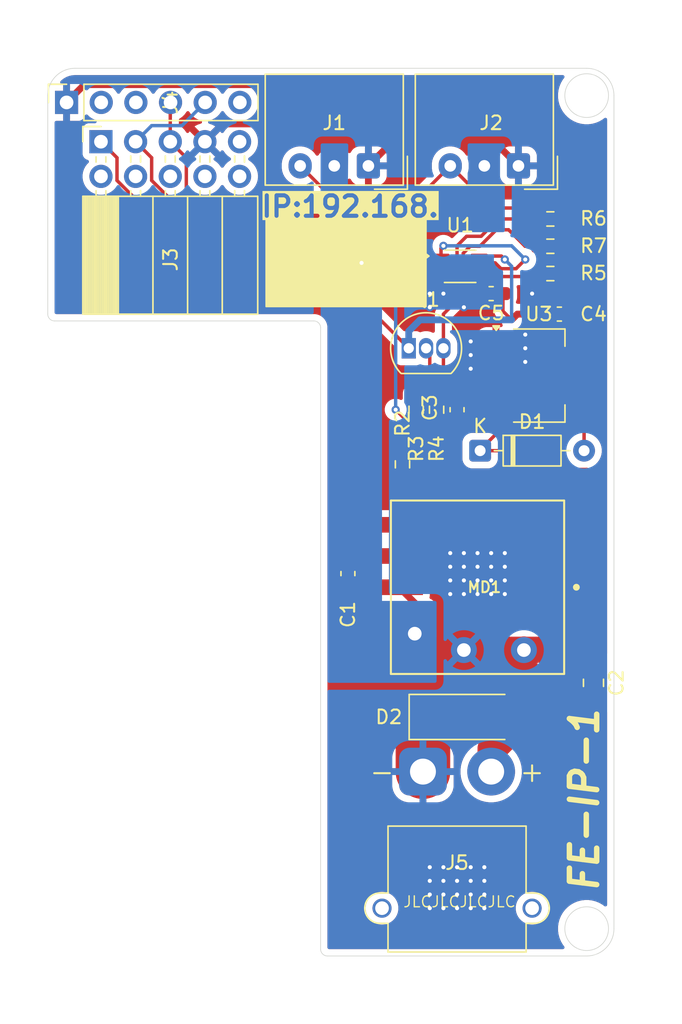
<source format=kicad_pcb>
(kicad_pcb (version 20241229) (generator "pcbnew") (generator_version "9.0")
  (layers (0 "F.Cu" signal) (2 "B.Cu" signal) (13 "F.Paste" user) (15 "B.Paste" user) (5 "F.SilkS" user "F.Silkscreen") (7 "B.SilkS" user "B.Silkscreen") (1 "F.Mask" user) (3 "B.Mask" user) (25 "Edge.Cuts" user))
  (net 0 "")
  (net 1 "VCC")
  (net 2 "GND")
  (net 4 "+BATT")
  (net 7 "+5V")
  (net 8 "/SERVO_SIG")
  (net 15 "/UART_TX")
  (net 17 "/UART_RX")
  (net 21 "Net-(MD1-TRIM)")
  (net 22 "/TXEN")
  (net 23 "Net-(Q1-B)")
  (footprint "Package_TO_SOT_SMD:SOT-223-3_TabPin2" (layer "F.Cu") (at 166.5 103)
    (property "Reference" "U3" (at 0 -4.5 0) (layer "F.SilkS"))
    (property "Value" "AMS1117-5.0")
    (fp_line (start -1.85 -3.41) (end 1.91 -3.41) (stroke (width 0.12)) (layer "F.SilkS"))
    (fp_line (start -1.85 3.41) (end 1.91 3.41) (stroke (width 0.12)) (layer "F.SilkS"))
    (fp_line (start 1.91 -3.41) (end 1.91 -2.15) (stroke (width 0.12)) (layer "F.SilkS"))
    (fp_line (start 1.91 3.41) (end 1.91 2.15) (stroke (width 0.12)) (layer "F.SilkS"))
    (fp_poly (pts (xy -3.13 -3.31) (xy -3.37 -3.64) (xy -2.89 -3.64) (xy -3.13 -3.31)) (stroke (width 0.12)) (fill yes) (layer "F.SilkS"))
    (pad "1" smd roundrect (at -3.15 -2.3) (size 2 1.5) (layers "F.Cu" "F.Mask" "F.Paste") (net 2 "GND"))
    (pad "2" smd roundrect (at -3.15 0) (size 2 1.5) (layers "F.Cu" "F.Mask" "F.Paste") (net 7 "+5V"))
    (pad "2" smd roundrect (at 3.15 0) (size 2 3.8) (layers "F.Cu" "F.Mask" "F.Paste") (net 7 "+5V"))
    (pad "3" smd roundrect (at -3.15 2.3) (size 2 1.5) (layers "F.Cu" "F.Mask" "F.Paste") (net 4 "+BATT"))
  )
  (footprint "Connector_Molex:Molex_SPOX_5268-03A_1x03_P2.50mm_Horizontal" (layer "F.Cu") (at 154 87.645 180)
    (property "Reference" "J1" (at 2.5 3.145 0) (layer "F.SilkS"))
    (property "Value" "Conn_01x03")
    (fp_line (start 7.56 6.71) (end 7.56 -1.41) (stroke (width 0.12)) (layer "F.SilkS"))
    (fp_line (start 7.56 -1.41) (end -2.56 -1.41) (stroke (width 0.12)) (layer "F.SilkS"))
    (fp_line (start -2.56 6.71) (end 7.56 6.71) (stroke (width 0.12)) (layer "F.SilkS"))
    (fp_line (start -2.56 -1.41) (end -2.56 6.71) (stroke (width 0.12)) (layer "F.SilkS"))
    (fp_line (start -2.86 0.7) (end -2.86 -1.71) (stroke (width 0.12)) (layer "F.SilkS"))
    (fp_line (start -2.86 -1.71) (end -0.45 -1.71) (stroke (width 0.12)) (layer "F.SilkS"))
    (pad "1" thru_hole roundrect (at 0 0 180) (size 1.7 1.85) (drill 0.85) (layers "*.Cu" "*.Mask") (roundrect_rratio 0.147059) (net 2 "GND"))
    (pad "2" thru_hole oval (at 2.5 0 180) (size 1.7 1.85) (drill 0.85) (layers "*.Cu" "*.Mask") (net 1 "VCC"))
    (pad "3" thru_hole oval (at 5 0 180) (size 1.7 1.85) (drill 0.85) (layers "*.Cu" "*.Mask") (net 8 "/SERVO_SIG"))
  )
  (footprint "Library:MURATA_OKL-T-6-W12N-C_0" (layer "F.Cu") (at 162 118.5 180)
    (property "Reference" "MD1" (at -0.5 0 0) (layer "F.SilkS") (effects (font (size 0.787402 0.787402))))
    (property "Value" "OKL-T_6-W12N-C")
    (fp_line (start 6.35 6.35) (end 6.35 -6.35) (stroke (width 0.15)) (layer "F.SilkS"))
    (fp_line (start -6.35 6.35) (end 6.35 6.35) (stroke (width 0.15)) (layer "F.SilkS"))
    (fp_line (start -6.35 6.35) (end -6.35 -6.35) (stroke (width 0.15)) (layer "F.SilkS"))
    (fp_line (start -6.35 -6.35) (end 6.35 -6.35) (stroke (width 0.15)) (layer "F.SilkS"))
    (fp_circle (center -7.245 0) (end -6.995 0) (fill yes) (layer "F.SilkS"))
    (pad "1" smd rect (at -5.75025 0 180) (size 3.4995 1.143) (layers "F.Cu" "F.Mask" "F.Paste") (net 2 "GND"))
    (pad "2" smd rect (at -3.429 -4.572 180) (size 4.191 1.905) (layers "F.Cu" "F.Mask" "F.Paste") (net 4 "+BATT"))
    (pad "2" thru_hole circle (at -3.4 -4.6 180) (size 1.905 1.905) (drill 1) (layers "*.Cu" "*.Mask") (net 4 "+BATT"))
    (pad "2" smd rect (at -2.892875 -5.5 180) (size 1.78575 3.4995) (layers "F.Cu" "F.Mask" "F.Paste") (net 4 "+BATT"))
    (pad "3" smd rect (at 0 -5.5 180) (size 2 3.4995) (layers "F.Cu" "F.Mask" "F.Paste") (net 2 "GND"))
    (pad "3" thru_hole circle (at 1 -4.6 180) (size 1.905 1.905) (drill 1) (layers "*.Cu" "*.Mask") (net 2 "GND"))
    (pad "3" smd rect (at 1.143 -4.572 180) (size 4.191 1.905) (layers "F.Cu" "F.Mask" "F.Paste") (net 2 "GND"))
    (pad "3" smd rect (at 2.28575 -5.5 180) (size 1.5715 3.4995) (layers "F.Cu" "F.Mask" "F.Paste") (net 2 "GND"))
    (pad "4" smd rect (at 4.572 -3.429 180) (size 1.905 4.191) (layers "F.Cu" "F.Mask" "F.Paste") (net 1 "VCC"))
    (pad "4" thru_hole circle (at 4.6 -3.4 180) (size 1.905 1.905) (drill 1) (layers "*.Cu" "*.Mask") (net 1 "VCC"))
    (pad "4" smd rect (at 5.625125 -4.5 180) (size 3.74975 1.143) (layers "F.Cu" "F.Mask" "F.Paste") (net 1 "VCC"))
    (pad "5" smd rect (at 5.75025 0 180) (size 3.4995 1.143) (layers "F.Cu" "F.Mask" "F.Paste") (net 1 "VCC"))
    (pad "6" smd rect (at 5.75025 4.572 180) (size 3.4995 1.143) (layers "F.Cu" "F.Mask" "F.Paste") (net 21 "Net-(MD1-TRIM)"))
    (pad "7" smd rect (at 0 5.75025 180) (size 1.143 3.4995) (layers "F.Cu" "F.Mask" "F.Paste") (net 2 "GND"))
    (pad "8" smd rect (at -2.286 5.75025 180) (size 1.143 3.4995) (layers "F.Cu" "F.Mask" "F.Paste"))
    (pad "9" smd rect (at -5.75025 4.572 180) (size 3.4995 1.143) (layers "F.Cu" "F.Mask" "F.Paste"))
    (pad "10" smd rect (at -5.75025 2.286 180) (size 3.4995 1.143) (layers "F.Cu" "F.Mask" "F.Paste"))
    (pad "11" smd rect (at 5.75025 2.286 180) (size 3.4995 1.143) (layers "F.Cu" "F.Mask" "F.Paste"))
    (pad "12" smd rect (at 2.286 5.75025 180) (size 1.143 3.4995) (layers "F.Cu" "F.Mask" "F.Paste"))
  )
  (footprint "Capacitor_SMD:C_0805_2012Metric_Pad1.18x1.45mm_HandSolder" (layer "F.Cu") (at 170.5 125.5 -90)
    (property "Reference" "C2" (at 0 -1.68 270) (layer "F.SilkS"))
    (property "Value" "22u")
    (fp_line (start -0.261252 0.735) (end 0.261252 0.735) (stroke (width 0.12)) (layer "F.SilkS"))
    (fp_line (start -0.261252 -0.735) (end 0.261252 -0.735) (stroke (width 0.12)) (layer "F.SilkS"))
    (pad "1" smd roundrect (at -1.0375 0 270) (size 1.175 1.45) (layers "F.Cu" "F.Mask" "F.Paste") (roundrect_rratio 0.212766) (net 4 "+BATT"))
    (pad "2" smd roundrect (at 1.0375 0 270) (size 1.175 1.45) (layers "F.Cu" "F.Mask" "F.Paste") (roundrect_rratio 0.212766) (net 2 "GND"))
  )
  (footprint "Capacitor_SMD:C_0603_1608Metric_Pad1.08x0.95mm_HandSolder" (layer "F.Cu") (at 160.5 105.5 -90)
    (property "Reference" "C3" (at -0.146267 2 90) (layer "F.SilkS"))
    (property "Value" "10u")
    (fp_line (start -0.146267 0.51) (end 0.146267 0.51) (stroke (width 0.12)) (layer "F.SilkS"))
    (fp_line (start -0.146267 -0.51) (end 0.146267 -0.51) (stroke (width 0.12)) (layer "F.SilkS"))
    (pad "1" smd roundrect (at -0.8625 0 270) (size 1.075 0.95) (layers "F.Cu" "F.Mask" "F.Paste") (net 4 "+BATT"))
    (pad "2" smd roundrect (at 0.8625 0 270) (size 1.075 0.95) (layers "F.Cu" "F.Mask" "F.Paste") (net 2 "GND"))
  )
  (footprint "Resistor_SMD:R_0603_1608Metric_Pad0.98x0.95mm_HandSolder" (layer "F.Cu") (at 167.338407 93.53211)
    (property "Reference" "R7" (at 3.161593 -0.03211 0) (layer "F.SilkS"))
    (property "Value" "10k")
    (fp_line (start -0.254724 -0.5225) (end 0.254724 -0.5225) (stroke (width 0.12)) (layer "F.SilkS"))
    (fp_line (start -0.254724 0.5225) (end 0.254724 0.5225) (stroke (width 0.12)) (layer "F.SilkS"))
    (pad "1" smd roundrect (at -0.9125 0) (size 0.975 0.95) (layers "F.Cu" "F.Mask" "F.Paste") (net 17 "/UART_RX"))
    (pad "2" smd roundrect (at 0.9125 0) (size 0.975 0.95) (layers "F.Cu" "F.Mask" "F.Paste") (net 7 "+5V"))
  )
  (footprint "Connector_PinSocket_2.54mm:PinSocket_1x06_P2.54mm_Vertical" (layer "F.Cu") (at 131.88 83 90)
    (property "Reference" "J4" (at 0 7.62 90) (layer "F.SilkS"))
    (property "Value" "Conn_01x06")
    (fp_line (start 1.33 -1.33) (end 1.33 0) (stroke (width 0.12)) (layer "F.SilkS"))
    (fp_line (start 0 -1.33) (end 1.33 -1.33) (stroke (width 0.12)) (layer "F.SilkS"))
    (fp_line (start 1.33 1.27) (end 1.33 14.03) (stroke (width 0.12)) (layer "F.SilkS"))
    (fp_line (start -1.33 1.27) (end 1.33 1.27) (stroke (width 0.12)) (layer "F.SilkS"))
    (fp_line (start -1.33 1.27) (end -1.33 14.03) (stroke (width 0.12)) (layer "F.SilkS"))
    (fp_line (start -1.33 14.03) (end 1.33 14.03) (stroke (width 0.12)) (layer "F.SilkS"))
    (pad "1" thru_hole rect (at 0 0 90) (size 1.7 1.7) (drill 1) (layers "*.Cu" "*.Mask") (net 2 "GND"))
    (pad "2" thru_hole circle (at 0 2.54 90) (size 1.7 1.7) (drill 1) (layers "*.Cu" "*.Mask"))
    (pad "3" thru_hole circle (at 0 5.08 90) (size 1.7 1.7) (drill 1) (layers "*.Cu" "*.Mask"))
    (pad "4" thru_hole circle (at 0 7.62 90) (size 1.7 1.7) (drill 1) (layers "*.Cu" "*.Mask") (net 15 "/UART_TX"))
    (pad "5" thru_hole circle (at 0 10.16 90) (size 1.7 1.7) (drill 1) (layers "*.Cu" "*.Mask") (net 17 "/UART_RX"))
    (pad "6" thru_hole circle (at 0 12.7 90) (size 1.7 1.7) (drill 1) (layers "*.Cu" "*.Mask"))
  )
  (footprint "Capacitor_SMD:C_0603_1608Metric_Pad1.08x0.95mm_HandSolder" (layer "F.Cu") (at 163 97 180)
    (property "Reference" "C5" (at 0 -1.43 0) (layer "F.SilkS"))
    (property "Value" "0.1u")
    (fp_line (start -0.146267 0.51) (end 0.146267 0.51) (stroke (width 0.12)) (layer "F.SilkS"))
    (fp_line (start -0.146267 -0.51) (end 0.146267 -0.51) (stroke (width 0.12)) (layer "F.SilkS"))
    (pad "1" smd roundrect (at -0.8625 0 180) (size 1.075 0.95) (layers "F.Cu" "F.Mask" "F.Paste") (net 7 "+5V"))
    (pad "2" smd roundrect (at 0.8625 0 180) (size 1.075 0.95) (layers "F.Cu" "F.Mask" "F.Paste") (net 2 "GND"))
  )
  (footprint "Capacitor_SMD:C_0603_1608Metric_Pad1.08x0.95mm_HandSolder" (layer "F.Cu") (at 152.5 117.5 90)
    (property "Reference" "C1" (at -3 0 90) (layer "F.SilkS"))
    (property "Value" "10u")
    (fp_line (start -0.146267 -0.51) (end 0.146267 -0.51) (stroke (width 0.12)) (layer "F.SilkS"))
    (fp_line (start -0.146267 0.51) (end 0.146267 0.51) (stroke (width 0.12)) (layer "F.SilkS"))
    (pad "1" smd roundrect (at -0.8625 0 90) (size 1.075 0.95) (layers "F.Cu" "F.Mask" "F.Paste") (net 1 "VCC"))
    (pad "2" smd roundrect (at 0.8625 0 90) (size 1.075 0.95) (layers "F.Cu" "F.Mask" "F.Paste") (net 2 "GND"))
  )
  (footprint "Package_SO:VSSOP-8_2.3x2mm_P0.5mm" (layer "F.Cu") (at 160.725 95)
    (property "Reference" "U1" (at 0 -3 0) (layer "F.SilkS"))
    (property "Value" "~")
    (fp_line (start 0 -1.185) (end -1.15 -1.185) (stroke (width 0.12)) (layer "F.SilkS"))
    (fp_line (start 0 -1.185) (end 1.15 -1.185) (stroke (width 0.12)) (layer "F.SilkS"))
    (fp_line (start 0 1.185) (end -1.15 1.185) (stroke (width 0.12)) (layer "F.SilkS"))
    (fp_line (start 0 1.185) (end 1.15 1.185) (stroke (width 0.12)) (layer "F.SilkS"))
    (fp_poly (pts (xy -2.285 -0.75) (xy -2.615 -0.51) (xy -2.615 -0.99)) (stroke (width 0.12)) (fill yes) (layer "F.SilkS"))
    (pad "1" smd roundrect (at -1.4 -0.75) (size 1.25 0.35) (layers "F.Cu" "F.Mask" "F.Paste") (net 22 "/TXEN"))
    (pad "2" smd roundrect (at -1.4 -0.25) (size 1.25 0.35) (layers "F.Cu" "F.Mask" "F.Paste") (net 15 "/UART_TX"))
    (pad "3" smd roundrect (at -1.4 0.25) (size 1.25 0.35) (layers "F.Cu" "F.Mask" "F.Paste") (net 17 "/UART_RX"))
    (pad "4" smd roundrect (at -1.4 0.75) (size 1.25 0.35) (layers "F.Cu" "F.Mask" "F.Paste") (net 2 "GND"))
    (pad "5" smd roundrect (at 1.4 0.75) (size 1.25 0.35) (layers "F.Cu" "F.Mask" "F.Paste") (net 8 "/SERVO_SIG"))
    (pad "6" smd roundrect (at 1.4 0.25) (size 1.25 0.35) (layers "F.Cu" "F.Mask" "F.Paste") (net 8 "/SERVO_SIG"))
    (pad "7" smd roundrect (at 1.4 -0.25) (size 1.25 0.35) (layers "F.Cu" "F.Mask" "F.Paste") (net 22 "/TXEN"))
    (pad "8" smd roundrect (at 1.4 -0.75) (size 1.25 0.35) (layers "F.Cu" "F.Mask" "F.Paste") (net 7 "+5V"))
  )
  (footprint "Diode_THT:D_DO-35_SOD27_P7.62mm_Horizontal" (layer "F.Cu") (at 162.19 108.5)
    (property "Reference" "D1" (at 3.81 -2.12 0) (layer "F.SilkS"))
    (property "Value" "1N4148")
    (fp_line (start 1.04 0) (end 1.69 0) (stroke (width 0.12)) (layer "F.SilkS"))
    (fp_line (start 2.29 -1.12) (end 2.29 1.12) (stroke (width 0.12)) (layer "F.SilkS"))
    (fp_line (start 2.41 -1.12) (end 2.41 1.12) (stroke (width 0.12)) (layer "F.SilkS"))
    (fp_line (start 2.53 -1.12) (end 2.53 1.12) (stroke (width 0.12)) (layer "F.SilkS"))
    (fp_line (start 6.58 0) (end 5.93 0) (stroke (width 0.12)) (layer "F.SilkS"))
    (fp_rect (start 1.69 -1.12) (end 5.93 1.12) (stroke (width 0.12)) (fill no) (layer "F.SilkS"))
    (fp_text user "K" (at 0 -1.8 0) (layer "F.SilkS"))
    (pad "1" thru_hole roundrect (at 0 0) (size 1.6 1.6) (drill 0.8) (layers "*.Cu" "*.Mask") (roundrect_rratio 0.15625) (net 4 "+BATT"))
    (pad "2" thru_hole circle (at 7.62 0) (size 1.6 1.6) (drill 0.8) (layers "*.Cu" "*.Mask") (net 7 "+5V"))
  )
  (footprint "Resistor_SMD:R_0603_1608Metric_Pad0.98x0.95mm_HandSolder" (layer "F.Cu") (at 167.338407 95.53211)
    (property "Reference" "R5" (at 3.161593 -0.03211 0) (layer "F.SilkS"))
    (property "Value" "10k")
    (fp_line (start -0.254724 -0.5225) (end 0.254724 -0.5225) (stroke (width 0.12)) (layer "F.SilkS"))
    (fp_line (start -0.254724 0.5225) (end 0.254724 0.5225) (stroke (width 0.12)) (layer "F.SilkS"))
    (pad "1" smd roundrect (at -0.9125 0) (size 0.975 0.95) (layers "F.Cu" "F.Mask" "F.Paste") (net 8 "/SERVO_SIG"))
    (pad "2" smd roundrect (at 0.9125 0) (size 0.975 0.95) (layers "F.Cu" "F.Mask" "F.Paste") (net 7 "+5V"))
  )
  (footprint "Resistor_SMD:R_0603_1608Metric_Pad0.98x0.95mm_HandSolder" (layer "F.Cu") (at 156.5 109.5 90)
    (property "Reference" "R2" (at 3 0 90) (layer "F.SilkS"))
    (property "Value" "1.2k")
    (fp_line (start -0.254724 -0.5225) (end 0.254724 -0.5225) (stroke (width 0.12)) (layer "F.SilkS"))
    (fp_line (start -0.254724 0.5225) (end 0.254724 0.5225) (stroke (width 0.12)) (layer "F.SilkS"))
    (pad "1" smd roundrect (at -0.9125 0 90) (size 0.975 0.95) (layers "F.Cu" "F.Mask" "F.Paste") (net 21 "Net-(MD1-TRIM)"))
    (pad "2" smd roundrect (at 0.9125 0 90) (size 0.975 0.95) (layers "F.Cu" "F.Mask" "F.Paste") (net 2 "GND"))
  )
  (footprint "Resistor_SMD:R_0603_1608Metric_Pad0.98x0.95mm_HandSolder" (layer "F.Cu") (at 159 105.5 90)
    (property "Reference" "R4" (at -2.86 0 90) (layer "F.SilkS"))
    (property "Value" "10k")
    (fp_line (start -0.254724 -0.5225) (end 0.254724 -0.5225) (stroke (width 0.12)) (layer "F.SilkS"))
    (fp_line (start -0.254724 0.5225) (end 0.254724 0.5225) (stroke (width 0.12)) (layer "F.SilkS"))
    (pad "1" smd roundrect (at -0.9125 0 90) (size 0.975 0.95) (layers "F.Cu" "F.Mask" "F.Paste") (net 2 "GND"))
    (pad "2" smd roundrect (at 0.9125 0 90) (size 0.975 0.95) (layers "F.Cu" "F.Mask" "F.Paste") (net 22 "/TXEN"))
  )
  (footprint "Connector_PinSocket_2.54mm:PinSocket_2x05_P2.54mm_Horizontal" (layer "F.Cu") (at 134.4 85.875 90)
    (property "Reference" "J3" (at -8.625 5.1 90) (layer "F.SilkS"))
    (property "Value" "Conn_02x05_Odd_Even")
    (fp_line (start 1.11 -1.33) (end 1.11 0) (stroke (width 0.12)) (layer "F.SilkS"))
    (fp_line (start 0 -1.33) (end 1.11 -1.33) (stroke (width 0.12)) (layer "F.SilkS"))
    (fp_line (start -4 -1.33) (end -4 11.49) (stroke (width 0.12)) (layer "F.SilkS"))
    (fp_line (start -12.63 -1.33) (end -4 -1.33) (stroke (width 0.12)) (layer "F.SilkS"))
    (fp_line (start -12.63 -1.33) (end -12.63 11.49) (stroke (width 0.12)) (layer "F.SilkS"))
    (fp_line (start -12.63 -1.21) (end -4 -1.21) (stroke (width 0.12)) (layer "F.SilkS"))
    (fp_line (start -12.63 -1.091905) (end -4 -1.091905) (stroke (width 0.12)) (layer "F.SilkS"))
    (fp_line (start -12.63 -0.97381) (end -4 -0.97381) (stroke (width 0.12)) (layer "F.SilkS"))
    (fp_line (start -12.63 -0.855715) (end -4 -0.855715) (stroke (width 0.12)) (layer "F.SilkS"))
    (fp_line (start -12.63 -0.73762) (end -4 -0.73762) (stroke (width 0.12)) (layer "F.SilkS"))
    (fp_line (start -12.63 -0.619525) (end -4 -0.619525) (stroke (width 0.12)) (layer "F.SilkS"))
    (fp_line (start -12.63 -0.50143) (end -4 -0.50143) (stroke (width 0.12)) (layer "F.SilkS"))
    (fp_line (start -12.63 -0.383335) (end -4 -0.383335) (stroke (width 0.12)) (layer "F.SilkS"))
    (fp_line (start -1.49 -0.36) (end -1.11 -0.36) (stroke (width 0.12)) (layer "F.SilkS"))
    (fp_line (start -4 -0.36) (end -3.59 -0.36) (stroke (width 0.12)) (layer "F.SilkS"))
    (fp_line (start -12.63 -0.26524) (end -4 -0.26524) (stroke (width 0.12)) (layer "F.SilkS"))
    (fp_line (start -12.63 -0.147145) (end -4 -0.147145) (stroke (width 0.12)) (layer "F.SilkS"))
    (fp_line (start -12.63 -0.02905) (end -4 -0.02905) (stroke (width 0.12)) (layer "F.SilkS"))
    (fp_line (start -12.63 0.089045) (end -4 0.089045) (stroke (width 0.12)) (layer "F.SilkS"))
    (fp_line (start -12.63 0.20714) (end -4 0.20714) (stroke (width 0.12)) (layer "F.SilkS"))
    (fp_line (start -12.63 0.325235) (end -4 0.325235) (stroke (width 0.12)) (layer "F.SilkS"))
    (fp_line (start -1.49 0.36) (end -1.11 0.36) (stroke (width 0.12)) (layer "F.SilkS"))
    (fp_line (start -4 0.36) (end -3.59 0.36) (stroke (width 0.12)) (layer "F.SilkS"))
    (fp_line (start -12.63 0.44333) (end -4 0.44333) (stroke (width 0.12)) (layer "F.SilkS"))
    (fp_line (start -12.63 0.561425) (end -4 0.561425) (stroke (width 0.12)) (layer "F.SilkS"))
    (fp_line (start -12.63 0.67952) (end -4 0.67952) (stroke (width 0.12)) (layer "F.SilkS"))
    (fp_line (start -12.63 0.797615) (end -4 0.797615) (stroke (width 0.12)) (layer "F.SilkS"))
    (fp_line (start -12.63 0.91571) (end -4 0.91571) (stroke (width 0.12)) (layer "F.SilkS"))
    (fp_line (start -12.63 1.033805) (end -4 1.033805) (stroke (width 0.12)) (layer "F.SilkS"))
    (fp_line (start -12.63 1.1519) (end -4 1.1519) (stroke (width 0.12)) (layer "F.SilkS"))
    (fp_line (start -12.63 1.27) (end -4 1.27) (stroke (width 0.12)) (layer "F.SilkS"))
    (fp_line (start -1.49 2.18) (end -1.05 2.18) (stroke (width 0.12)) (layer "F.SilkS"))
    (fp_line (start -4 2.18) (end -3.59 2.18) (stroke (width 0.12)) (layer "F.SilkS"))
    (fp_line (start -1.49 2.9) (end -1.05 2.9) (stroke (width 0.12)) (layer "F.SilkS"))
    (fp_line (start -4 2.9) (end -3.59 2.9) (stroke (width 0.12)) (layer "F.SilkS"))
    (fp_line (start -12.63 3.81) (end -4 3.81) (stroke (width 0.12)) (layer "F.SilkS"))
    (fp_line (start -1.49 4.72) (end -1.05 4.72) (stroke (width 0.12)) (layer "F.SilkS"))
    (fp_line (start -4 4.72) (end -3.59 4.72) (stroke (width 0.12)) (layer "F.SilkS"))
    (fp_line (start -1.49 5.44) (end -1.05 5.44) (stroke (width 0.12)) (layer "F.SilkS"))
    (fp_line (start -4 5.44) (end -3.59 5.44) (stroke (width 0.12)) (layer "F.SilkS"))
    (fp_line (start -12.63 6.35) (end -4 6.35) (stroke (width 0.12)) (layer "F.SilkS"))
    (fp_line (start -1.49 7.26) (end -1.05 7.26) (stroke (width 0.12)) (layer "F.SilkS"))
    (fp_line (start -4 7.26) (end -3.59 7.26) (stroke (width 0.12)) (layer "F.SilkS"))
    (fp_line (start -1.49 7.98) (end -1.05 7.98) (stroke (width 0.12)) (layer "F.SilkS"))
    (fp_line (start -4 7.98) (end -3.59 7.98) (stroke (width 0.12)) (layer "F.SilkS"))
    (fp_line (start -12.63 8.89) (end -4 8.89) (stroke (width 0.12)) (layer "F.SilkS"))
    (fp_line (start -1.49 9.8) (end -1.05 9.8) (stroke (width 0.12)) (layer "F.SilkS"))
    (fp_line (start -4 9.8) (end -3.59 9.8) (stroke (width 0.12)) (layer "F.SilkS"))
    (fp_line (start -1.49 10.52) (end -1.05 10.52) (stroke (width 0.12)) (layer "F.SilkS"))
    (fp_line (start -4 10.52) (end -3.59 10.52) (stroke (width 0.12)) (layer "F.SilkS"))
    (fp_line (start -12.63 11.49) (end -4 11.49) (stroke (width 0.12)) (layer "F.SilkS"))
    (pad "1" thru_hole rect (at 0 0 90) (size 1.7 1.7) (drill 1) (layers "*.Cu" "*.Mask") (net 7 "+5V"))
    (pad "2" thru_hole circle (at -2.54 0 90) (size 1.7 1.7) (drill 1) (layers "*.Cu" "*.Mask"))
    (pad "3" thru_hole circle (at 0 2.54 90) (size 1.7 1.7) (drill 1) (layers "*.Cu" "*.Mask") (net 17 "/UART_RX"))
    (pad "4" thru_hole circle (at -2.54 2.54 90) (size 1.7 1.7) (drill 1) (layers "*.Cu" "*.Mask"))
    (pad "5" thru_hole circle (at 0 5.08 90) (size 1.7 1.7) (drill 1) (layers "*.Cu" "*.Mask") (net 15 "/UART_TX"))
    (pad "6" thru_hole circle (at -2.54 5.08 90) (size 1.7 1.7) (drill 1) (layers "*.Cu" "*.Mask"))
    (pad "7" thru_hole circle (at 0 7.62 90) (size 1.7 1.7) (drill 1) (layers "*.Cu" "*.Mask") (net 2 "GND"))
    (pad "8" thru_hole circle (at -2.54 7.62 90) (size 1.7 1.7) (drill 1) (layers "*.Cu" "*.Mask"))
    (pad "9" thru_hole circle (at 0 10.16 90) (size 1.7 1.7) (drill 1) (layers "*.Cu" "*.Mask"))
    (pad "10" thru_hole circle (at -2.54 10.16 90) (size 1.7 1.7) (drill 1) (layers "*.Cu" "*.Mask"))
  )
  (footprint "Connector_Molex:Molex_SPOX_5268-03A_1x03_P2.50mm_Horizontal" (layer "F.Cu") (at 165 87.645 180)
    (property "Reference" "J2" (at 2 3.145 0) (layer "F.SilkS"))
    (property "Value" "Conn_01x03")
    (fp_line (start 7.56 6.71) (end 7.56 -1.41) (stroke (width 0.12)) (layer "F.SilkS"))
    (fp_line (start 7.56 -1.41) (end -2.56 -1.41) (stroke (width 0.12)) (layer "F.SilkS"))
    (fp_line (start -2.56 6.71) (end 7.56 6.71) (stroke (width 0.12)) (layer "F.SilkS"))
    (fp_line (start -2.56 -1.41) (end -2.56 6.71) (stroke (width 0.12)) (layer "F.SilkS"))
    (fp_line (start -2.86 0.7) (end -2.86 -1.71) (stroke (width 0.12)) (layer "F.SilkS"))
    (fp_line (start -2.86 -1.71) (end -0.45 -1.71) (stroke (width 0.12)) (layer "F.SilkS"))
    (pad "1" thru_hole roundrect (at 0 0 180) (size 1.7 1.85) (drill 0.85) (layers "*.Cu" "*.Mask") (roundrect_rratio 0.147059) (net 2 "GND"))
    (pad "2" thru_hole oval (at 2.5 0 180) (size 1.7 1.85) (drill 0.85) (layers "*.Cu" "*.Mask") (net 1 "VCC"))
    (pad "3" thru_hole oval (at 5 0 180) (size 1.7 1.85) (drill 0.85) (layers "*.Cu" "*.Mask") (net 8 "/SERVO_SIG"))
  )
  (footprint "Capacitor_SMD:C_0603_1608Metric_Pad1.08x0.95mm_HandSolder" (layer "F.Cu") (at 168 98.5)
    (property "Reference" "C4" (at 2.5 0 0) (layer "F.SilkS"))
    (property "Value" "10u")
    (fp_line (start -0.146267 -0.51) (end 0.146267 -0.51) (stroke (width 0.12)) (layer "F.SilkS"))
    (fp_line (start -0.146267 0.51) (end 0.146267 0.51) (stroke (width 0.12)) (layer "F.SilkS"))
    (pad "1" smd roundrect (at -0.8625 0) (size 1.075 0.95) (layers "F.Cu" "F.Mask" "F.Paste") (net 7 "+5V"))
    (pad "2" smd roundrect (at 0.8625 0) (size 1.075 0.95) (layers "F.Cu" "F.Mask" "F.Paste") (net 2 "GND"))
  )
  (footprint "Resistor_SMD:R_0603_1608Metric_Pad0.98x0.95mm_HandSolder" (layer "F.Cu") (at 157.5 105.5 90)
    (property "Reference" "R3" (at -2.86 0 90) (layer "F.SilkS"))
    (property "Value" "10k")
    (fp_line (start -0.254724 -0.5225) (end 0.254724 -0.5225) (stroke (width 0.12)) (layer "F.SilkS"))
    (fp_line (start -0.254724 0.5225) (end 0.254724 0.5225) (stroke (width 0.12)) (layer "F.SilkS"))
    (pad "1" smd roundrect (at -0.9125 0 90) (size 0.975 0.95) (layers "F.Cu" "F.Mask" "F.Paste") (net 15 "/UART_TX"))
    (pad "2" smd roundrect (at 0.9125 0 90) (size 0.975 0.95) (layers "F.Cu" "F.Mask" "F.Paste") (net 23 "Net-(Q1-B)"))
  )
  (footprint "Package_TO_SOT_THT:TO-92_Inline" (layer "F.Cu") (at 156.96 101)
    (property "Reference" "Q1" (at 1.27 -3.56 0) (layer "F.SilkS"))
    (property "Value" "2N3906")
    (fp_line (start -0.53 1.85) (end 3.07 1.85) (stroke (width 0.12)) (layer "F.SilkS"))
    (fp_arc (start -0.568478 1.838478) (mid -1.132087 -0.994977) (end 1.27 -2.6) (stroke (width 0.12)) (layer "F.SilkS"))
    (fp_arc (start 1.27 -2.6) (mid 3.672087 -0.994977) (end 3.108478 1.838478) (stroke (width 0.12)) (layer "F.SilkS"))
    (pad "1" thru_hole rect (at 0 0) (size 1.05 1.5) (drill 0.75) (layers "*.Cu" "*.Mask") (net 7 "+5V"))
    (pad "2" thru_hole oval (at 1.27 0) (size 1.05 1.5) (drill 0.75) (layers "*.Cu" "*.Mask") (net 23 "Net-(Q1-B)"))
    (pad "3" thru_hole oval (at 2.54 0) (size 1.05 1.5) (drill 0.75) (layers "*.Cu" "*.Mask") (net 22 "/TXEN"))
  )
  (footprint "Connector_AMASS:AMASS_XT30PW-M_1x02_P2.50mm_Horizontal" (layer "F.Cu") (at 158 132 180)
    (property "Reference" "J5" (at -2.5 -6.675 0) (layer "F.SilkS"))
    (property "Value" "Conn_01x02")
    (fp_line (start 2.56 -8.89) (end 3.15 -8.89) (stroke (width 0.12)) (layer "F.SilkS"))
    (fp_line (start 2.56 -8.89) (end 2.56 -3.99) (stroke (width 0.12)) (layer "F.SilkS"))
    (fp_line (start 2.56 -11.11) (end 3.15 -11.11) (stroke (width 0.12)) (layer "F.SilkS"))
    (fp_line (start 2.56 -13.21) (end 2.56 -11.11) (stroke (width 0.12)) (layer "F.SilkS"))
    (fp_line (start -7.56 -3.99) (end 2.56 -3.99) (stroke (width 0.12)) (layer "F.SilkS"))
    (fp_line (start -7.56 -8.89) (end -7.56 -3.99) (stroke (width 0.12)) (layer "F.SilkS"))
    (fp_line (start -7.56 -13.21) (end 2.56 -13.21) (stroke (width 0.12)) (layer "F.SilkS"))
    (fp_line (start -7.56 -13.21) (end -7.56 -11.11) (stroke (width 0.12)) (layer "F.SilkS"))
    (fp_line (start -8.15 -8.89) (end -7.56 -8.89) (stroke (width 0.12)) (layer "F.SilkS"))
    (fp_line (start -8.15 -11.11) (end -7.56 -11.11) (stroke (width 0.12)) (layer "F.SilkS"))
    (fp_arc (start 3.15 -11.11) (mid 4.26 -10) (end 3.15 -8.89) (stroke (width 0.12)) (layer "F.SilkS"))
    (fp_arc (start -8.15 -8.89) (mid -9.26 -10) (end -8.15 -11.11) (stroke (width 0.12)) (layer "F.SilkS"))
    (fp_text user "+" (at -8 0 0) (layer "F.SilkS") (effects (font (size 1.5 1.5))))
    (fp_text user "-" (at 3 0 0) (layer "F.SilkS") (effects (font (size 1.5 1.5))))
    (pad "" thru_hole circle (at -8 -10 180) (size 1.4 1.4) (drill 1) (layers "*.Cu" "*.Mask"))
    (pad "" thru_hole circle (at 3 -10 180) (size 1.4 1.4) (drill 1) (layers "*.Cu" "*.Mask"))
    (pad "1" thru_hole roundrect (at 0 0 180) (size 3.5 3.5) (drill 1.9) (layers "*.Cu" "*.Mask") (roundrect_rratio 0.22) (net 2 "GND"))
    (pad "2" thru_hole circle (at -5 0 180) (size 3.5 3.5) (drill 1.9) (layers "*.Cu" "*.Mask") (net 4 "+BATT"))
  )
  (footprint "Diode_SMD:D_SMA_Handsoldering" (layer "F.Cu") (at 161.5 128)
    (property "Reference" "D2" (at -6 0 0) (layer "F.SilkS"))
    (property "Value" "SMAJ45CA")
    (fp_line (start -4.51 -1.65) (end -4.51 1.65) (stroke (width 0.12)) (layer "F.SilkS"))
    (fp_line (start -4.51 -1.65) (end 2.5 -1.65) (stroke (width 0.12)) (layer "F.SilkS"))
    (fp_line (start -4.51 1.65) (end 2.5 1.65) (stroke (width 0.12)) (layer "F.SilkS"))
    (pad "1" smd roundrect (at -2.5 0) (size 3.5 1.8) (layers "F.Cu" "F.Mask" "F.Paste") (roundrect_rratio 0.1388888889) (net 2 "GND"))
    (pad "2" smd roundrect (at 2.5 0) (size 3.5 1.8) (layers "F.Cu" "F.Mask" "F.Paste") (roundrect_rratio 0.1388888889) (net 4 "+BATT"))
  )
  (footprint "Resistor_SMD:R_0603_1608Metric_Pad0.98x0.95mm_HandSolder" (layer "F.Cu") (at 167.338407 91.53211)
    (property "Reference" "R6" (at 3.161593 -0.03211 0) (layer "F.SilkS"))
    (property "Value" "10k")
    (fp_line (start -0.254724 -0.5225) (end 0.254724 -0.5225) (stroke (width 0.12)) (layer "F.SilkS"))
    (fp_line (start -0.254724 0.5225) (end 0.254724 0.5225) (stroke (width 0.12)) (layer "F.SilkS"))
    (pad "1" smd roundrect (at -0.9125 0) (size 0.975 0.95) (layers "F.Cu" "F.Mask" "F.Paste") (net 15 "/UART_TX"))
    (pad "2" smd roundrect (at 0.9125 0) (size 0.975 0.95) (layers "F.Cu" "F.Mask" "F.Paste") (net 7 "+5V"))
  )
  (gr_rect (start 146.5 91.55) (end 158.23 97.95) (stroke (width 0.1)) (fill yes) (layer "F.SilkS"))
  (gr_circle (center 170 143.5) (end 171.6 143.5) (stroke (width 0.05)) (fill no) (layer "Edge.Cuts"))
  (gr_arc (start 150 99) (mid 150.353553 99.146447) (end 150.5 99.5) (stroke (width 0.05)) (layer "Edge.Cuts"))
  (gr_line (start 150 99) (end 131 99) (stroke (width 0.05)) (layer "Edge.Cuts"))
  (gr_arc (start 172 143.5) (mid 171.414214 144.914214) (end 170 145.5) (stroke (width 0.05)) (layer "Edge.Cuts"))
  (gr_arc (start 170 80.5) (mid 171.414214 81.085786) (end 172 82.5) (stroke (width 0.05)) (layer "Edge.Cuts"))
  (gr_line (start 172 82.5) (end 172 143.5) (stroke (width 0.05)) (layer "Edge.Cuts"))
  (gr_line (start 130.5 98.5) (end 130.5 82.5) (stroke (width 0.05)) (layer "Edge.Cuts"))
  (gr_line (start 170 145.5) (end 151 145.5) (stroke (width 0.05)) (layer "Edge.Cuts"))
  (gr_line (start 132.5 80.5) (end 170 80.5) (stroke (width 0.05)) (layer "Edge.Cuts"))
  (gr_line (start 150.5 145) (end 150.5 99.5) (stroke (width 0.05)) (layer "Edge.Cuts"))
  (gr_arc (start 151 145.5) (mid 150.646447 145.353553) (end 150.5 145) (stroke (width 0.05)) (layer "Edge.Cuts"))
  (gr_circle (center 170 82.5) (end 171.6 82.5) (stroke (width 0.05)) (fill no) (layer "Edge.Cuts"))
  (gr_arc (start 130.5 82.5) (mid 131.085786 81.085786) (end 132.5 80.5) (stroke (width 0.05)) (layer "Edge.Cuts"))
  (gr_arc (start 131 99) (mid 130.646447 98.853553) (end 130.5 98.5) (stroke (width 0.05)) (layer "Edge.Cuts"))
  (gr_text "JLCJLCJLCJLC" (at 156.5 142 0) (layer "F.SilkS") (effects (font (size 0.8 0.8) (thickness 0.1)) (justify left bottom)))
  (gr_text "IP:192.168." (at 146 91.5 0) (layer "F.SilkS" knockout) (effects (font (size 1.5 1.5) (thickness 0.3) (bold yes)) (justify left bottom)))
  (gr_text "FE-IP-1" (at 171 141 90) (layer "F.SilkS") (effects (font (size 2 2) (thickness 0.4) (bold yes) (italic yes)) (justify left bottom)))
  (segment (start 157.428 119.67825) (end 156.24975 118.5) (width 0.5) (layer "F.Cu") (net 1))
  (segment (start 152.6375 118.5) (end 152.5 118.3625) (width 0.5) (layer "F.Cu") (net 1))
  (segment (start 156.24975 118.5) (end 152.6375 118.5) (width 0.5) (layer "F.Cu") (net 1))
  (segment (start 157.428 121.929) (end 157.428 119.67825) (width 0.5) (layer "F.Cu") (net 1))
  (segment (start 158.5 97) (end 158.5 96.575) (width 0.5) (layer "F.Cu") (net 2))
  (segment (start 152.049 81.699) (end 154 83.65) (width 0.5) (layer "F.Cu") (net 2))
  (segment (start 146.125 84.574) (end 149 81.699) (width 0.5) (layer "F.Cu") (net 2))
  (segment (start 131.88 83) (end 133.181 81.699) (width 0.5) (layer "F.Cu") (net 2))
  (segment (start 161.53 84.175) (end 165 87.645) (width 0.5) (layer "F.Cu") (net 2))
  (segment (start 157.47 84.175) (end 161.53 84.175) (width 0.5) (layer "F.Cu") (net 2))
  (segment (start 133.181 81.699) (end 149 81.699) (width 0.5) (layer "F.Cu") (net 2))
  (segment (start 158 128.376836) (end 158 132) (width 4) (layer "F.Cu") (net 2))
  (segment (start 161 123.1) (end 161 125.376836) (width 4) (layer "F.Cu") (net 2))
  (segment (start 142.02 85.875) (end 143.321 84.574) (width 0.5) (layer "F.Cu") (net 2))
  (segment (start 154 87.645) (end 157.47 84.175) (width 0.5) (layer "F.Cu") (net 2))
  (segment (start 143.321 84.574) (end 146.125 84.574) (width 0.5) (layer "F.Cu") (net 2))
  (segment (start 154 83.65) (end 154 87.645) (width 0.5) (layer "F.Cu") (net 2))
  (segment (start 159.199 95.876) (end 159.325 95.876) (width 0.5) (layer "F.Cu") (net 2))
  (segment (start 158.5 96.575) (end 159.199 95.876) (width 0.5) (layer "F.Cu") (net 2))
  (segment (start 149 81.699) (end 152.049 81.699) (width 0.5) (layer "F.Cu") (net 2))
  (segment (start 161 125.376836) (end 158 128.376836) (width 4) (layer "F.Cu") (net 2))
  (segment (start 161 123.1) (end 161 119) (width 4) (layer "F.Cu") (net 2))
  (via (at 166 97) (size 0.6) (drill 0.3) (layers "F.Cu" "B.Cu") (net 2))
  (via (at 158.5 141) (size 0.6) (drill 0.3) (layers "F.Cu" "B.Cu") (net 2))
  (via (at 161.5 101.5) (size 0.6) (drill 0.3) (layers "F.Cu" "B.Cu") (net 2))
  (via (at 161 119) (size 0.6) (drill 0.3) (layers "F.Cu" "B.Cu") (net 2))
  (via (at 161.5 142) (size 0.6) (drill 0.3) (layers "F.Cu" "B.Cu") (net 2))
  (via (at 162.5 141) (size 0.6) (drill 0.3) (layers "F.Cu" "B.Cu") (net 2))
  (via (at 164 116) (size 0.6) (drill 0.3) (layers "F.Cu" "B.Cu") (net 2))
  (via (at 163 116) (size 0.6) (drill 0.3) (layers "F.Cu" "B.Cu") (net 2))
  (via (at 161.5 139) (size 0.6) (drill 0.3) (layers "F.Cu" "B.Cu") (net 2))
  (via (at 158.5 140) (size 0.6) (drill 0.3) (layers "F.Cu" "B.Cu") (net 2))
  (via (at 165.5 100) (size 0.6) (drill 0.3) (layers "F.Cu" "B.Cu") (net 2))
  (via (at 158.5 97) (size 0.6) (drill 0.3) (layers "F.Cu" "B.Cu") (net 2))
  (via (at 165.5 101) (size 0.6) (drill 0.3) (layers "F.Cu" "B.Cu") (net 2))
  (via (at 165.5 102) (size 0.6) (drill 0.3) (layers "F.Cu" "B.Cu") (net 2))
  (via (at 160.5 142) (size 0.6) (drill 0.3) (layers "F.Cu" "B.Cu") (net 2))
  (via (at 162 116) (size 0.6) (drill 0.3) (layers "F.Cu" "B.Cu") (net 2))
  (via (at 164 119) (size 0.6) (drill 0.3) (layers "F.Cu" "B.Cu") (net 2))
  (via (at 163 119) (size 0.6) (drill 0.3) (layers "F.Cu" "B.Cu") (net 2))
  (via (at 162.5 142) (size 0.6) (drill 0.3) (layers "F.Cu" "B.Cu") (net 2))
  (via (at 161.5 100.5) (size 0.6) (drill 0.3) (layers "F.Cu" "B.Cu") (net 2))
  (via (at 160.5 140) (size 0.6) (drill 0.3) (layers "F.Cu" "B.Cu") (net 2))
  (via (at 161.5 102.5) (size 0.6) (drill 0.3) (layers "F.Cu" "B.Cu") (net 2))
  (via (at 158.5 139) (size 0.6) (drill 0.3) (layers "F.Cu" "B.Cu") (net 2))
  (via (at 161 98) (size 0.6) (drill 0.3) (layers "F.Cu" "B.Cu") (net 2))
  (via (at 159.5 139) (size 0.6) (drill 0.3) (layers "F.Cu" "B.Cu") (net 2))
  (via (at 159.5 140) (size 0.6) (drill 0.3) (layers "F.Cu" "B.Cu") (net 2))
  (via (at 161.5 140) (size 0.6) (drill 0.3) (layers "F.Cu" "B.Cu") (net 2))
  (via (at 162.5 140) (size 0.6) (drill 0.3) (layers "F.Cu" "B.Cu") (net 2))
  (via (at 162 118) (size 0.6) (drill 0.3) (layers "F.Cu" "B.Cu") (net 2))
  (via (at 160 116) (size 0.6) (drill 0.3) (layers "F.Cu" "B.Cu") (net 2))
  (via (at 163 117) (size 0.6) (drill 0.3) (layers "F.Cu" "B.Cu") (net 2))
  (via (at 158.5 98) (size 0.6) (drill 0.3) (layers "F.Cu" "B.Cu") (net 2))
  (via (at 159.5 142) (size 0.6) (drill 0.3) (layers "F.Cu" "B.Cu") (net 2))
  (via (at 159.5 97) (size 0.6) (drill 0.3) (layers "F.Cu" "B.Cu") (net 2))
  (via (at 160 117) (size 0.6) (drill 0.3) (layers "F.Cu" "B.Cu") (net 2))
  (via (at 164 117) (size 0.6) (drill 0.3) (layers "F.Cu" "B.Cu") (net 2))
  (via (at 161 117) (size 0.6) (drill 0.3) (layers "F.Cu" "B.Cu") (net 2))
  (via (at 161 118) (size 0.6) (drill 0.3) (layers "F.Cu" "B.Cu") (net 2))
  (via (at 162.5 139) (size 0.6) (drill 0.3) (layers "F.Cu" "B.Cu") (net 2))
  (via (at 161.5 141) (size 0.6) (drill 0.3) (layers "F.Cu" "B.Cu") (net 2))
  (via (at 160 118) (size 0.6) (drill 0.3) (layers "F.Cu" "B.Cu") (net 2))
  (via (at 159.5 141) (size 0.6) (drill 0.3) (layers "F.Cu" "B.Cu") (net 2))
  (via (at 161 116) (size 0.6) (drill 0.3) (layers "F.Cu" "B.Cu") (net 2))
  (via (at 162 117) (size 0.6) (drill 0.3) (layers "F.Cu" "B.Cu") (net 2))
  (via (at 163 118) (size 0.6) (drill 0.3) (layers "F.Cu" "B.Cu") (net 2))
  (via (at 160.5 141) (size 0.6) (drill 0.3) (layers "F.Cu" "B.Cu") (net 2))
  (via (at 160 119) (size 0.6) (drill 0.3) (layers "F.Cu" "B.Cu") (net 2))
  (via (at 162 119) (size 0.6) (drill 0.3) (layers "F.Cu" "B.Cu") (net 2))
  (via (at 158.5 142) (size 0.6) (drill 0.3) (layers "F.Cu" "B.Cu") (net 2))
  (via (at 160.5 139) (size 0.6) (drill 0.3) (layers "F.Cu" "B.Cu") (net 2))
  (via (at 164 118) (size 0.6) (drill 0.3) (layers "F.Cu" "B.Cu") (net 2))
  (segment (start 164.5 108.5) (end 166 110) (width 0.25) (layer "F.Cu") (net 4))
  (segment (start 165.4 127.925) (end 165.4 123.1) (width 2) (layer "F.Cu") (net 4))
  (segment (start 162.19 108.4475) (end 163.35 107.2875) (width 0.25) (layer "F.Cu") (net 4))
  (segment (start 170.5 123.572) (end 170.5 124.6375) (width 0.5) (layer "F.Cu") (net 4))
  (segment (start 170.5 110.5) (end 170 110) (width 0.5) (layer "F.Cu") (net 4))
  (segment (start 162.19 108.5) (end 162.19 108.4475) (width 0.25) (layer "F.Cu") (net 4))
  (segment (start 163 132) (end 163 130.5) (width 2) (layer "F.Cu") (net 4))
  (segment (start 163 130.325) (end 165.4 127.925) (width 2) (layer "F.Cu") (net 4))
  (segment (start 163 130.5) (end 164 129.5) (width 2) (layer "F.Cu") (net 4))
  (segment (start 162.6875 104.6375) (end 163.35 105.3) (width 0.25) (layer "F.Cu") (net 4))
  (segment (start 160.5 104.6375) (end 162.6875 104.6375) (width 0.25) (layer "F.Cu") (net 4))
  (segment (start 170.5 120.190734) (end 170.5 110.5) (width 0.5) (layer "F.Cu") (net 4))
  (segment (start 163.35 107.2875) (end 163.35 105.3) (width 0.25) (layer "F.Cu") (net 4))
  (segment (start 169.645 121.045734) (end 170.5 120.190734) (width 0.5) (layer "F.Cu") (net 4))
  (segment (start 170 110) (end 166 110) (width 0.5) (layer "F.Cu") (net 4))
  (segment (start 163 132) (end 163 130.325) (width 2) (layer "F.Cu") (net 4))
  (segment (start 170 123.072) (end 169.645 122.717) (width 0.5) (layer "F.Cu") (net 4))
  (segment (start 169.645 122.717) (end 169.645 121.045734) (width 0.5) (layer "F.Cu") (net 4))
  (segment (start 164 129.5) (end 164 128) (width 2) (layer "F.Cu") (net 4))
  (segment (start 170 123.072) (end 170.5 123.572) (width 0.5) (layer "F.Cu") (net 4))
  (segment (start 162.19 108.5) (end 164.5 108.5) (width 0.25) (layer "F.Cu") (net 4))
  (segment (start 165.429 123.072) (end 170 123.072) (width 0.5) (layer "F.Cu") (net 4))
  (segment (start 162.125 94.25) (end 163.75 94.25) (width 0.25) (layer "F.Cu") (net 7))
  (segment (start 168.250907 91.53211) (end 168.250907 93.53211) (width 0.5) (layer "F.Cu") (net 7))
  (segment (start 163.75 94.25) (end 164 94.5) (width 0.25) (layer "F.Cu") (net 7))
  (segment (start 134.4 85.875) (end 135.576 87.051) (width 0.25) (layer "F.Cu") (net 7))
  (segment (start 168.250907 93.53211) (end 168.250907 95.53211) (width 0.5) (layer "F.Cu") (net 7))
  (segment (start 169.81 108.5) (end 169.81 103.16) (width 0.25) (layer "F.Cu") (net 7))
  (segment (start 167.05 98.5875) (end 167.1375 98.5) (width 0.5) (layer "F.Cu") (net 7))
  (segment (start 167.1375 98.5) (end 164.92 98.5) (width 0.5) (layer "F.Cu") (net 7))
  (segment (start 163.8625 98.2825) (end 164.5 98.92) (width 0.25) (layer "F.Cu") (net 7))
  (segment (start 167.1375 101.6375) (end 168.5 103) (width 0.5) (layer "F.Cu") (net 7))
  (segment (start 135.576 88.714116) (end 142.861884 96) (width 0.25) (layer "F.Cu") (net 7))
  (segment (start 151.96 96) (end 156.96 101) (width 0.25) (layer "F.Cu") (net 7))
  (segment (start 168.5 96.5) (end 168.4125 96.4125) (width 0.5) (layer "F.Cu") (net 7))
  (segment (start 163.8625 97) (end 163.8625 98.2825) (width 0.25) (layer "F.Cu") (net 7))
  (segment (start 168.4125 95.693703) (end 168.250907 95.53211) (width 0.5) (layer "F.Cu") (net 7))
  (segment (start 135.576 87.051) (end 135.576 88.714116) (width 0.25) (layer "F.Cu") (net 7))
  (segment (start 167.1375 101.8625) (end 166 103) (width 0.5) (layer "F.Cu") (net 7))
  (segment (start 142.861884 96) (end 151.96 96) (width 0.25) (layer "F.Cu") (net 7))
  (segment (start 167.1375 100.4875) (end 167.1375 101.8625) (width 0.5) (layer "F.Cu") (net 7))
  (segment (start 164.92 98.5) (end 164.5 98.92) (width 0.5) (layer "F.Cu") (net 7))
  (segment (start 167.1375 97.8625) (end 168.5 96.5) (width 0.5) (layer "F.Cu") (net 7))
  (segment (start 167.1375 100.4875) (end 167.1375 101.6375) (width 0.5) (layer "F.Cu") (net 7))
  (segment (start 168.4125 96.4125) (end 168.4125 95.693703) (width 0.5) (layer "F.Cu") (net 7))
  (segment (start 169.81 103.16) (end 169.65 103) (width 0.25) (layer "F.Cu") (net 7))
  (segment (start 167.1375 98.5) (end 167.1375 97.8625) (width 0.5) (layer "F.Cu") (net 7))
  (segment (start 166 103) (end 163.35 103) (width 0.5) (layer "F.Cu") (net 7))
  (segment (start 167.1375 98.5) (end 167.1375 100.4875) (width 0.5) (layer "F.Cu") (net 7))
  (segment (start 168.5 103) (end 169.65 103) (width 0.5) (layer "F.Cu") (net 7))
  (via (at 164 94.5) (size 0.6) (drill 0.3) (layers "F.Cu" "B.Cu") (net 7))
  (segment (start 157.79 98.92) (end 164.5 98.92) (width 0.5) (layer "B.Cu") (net 7))
  (segment (start 156.96 99.75) (end 157.79 98.92) (width 0.5) (layer "B.Cu") (net 7))
  (segment (start 156.96 101) (end 156.96 99.75) (width 0.5) (layer "B.Cu") (net 7))
  (segment (start 164.5 95) (end 164.5 98.92) (width 0.25) (layer "B.Cu") (net 7))
  (segment (start 164 94.5) (end 164.5 95) (width 0.25) (layer "B.Cu") (net 7))
  (segment (start 166.915897 90.73111) (end 163.08611 90.73111) (width 0.25) (layer "F.Cu") (net 8))
  (segment (start 162.125 95.25) (end 162.125 95.75) (width 0.25) (layer "F.Cu") (net 8))
  (segment (start 167.239407 91.05462) (end 166.915897 90.73111) (width 0.25) (layer "F.Cu") (net 8))
  (segment (start 151.855 90.5) (end 149 87.645) (width 0.25) (layer "F.Cu") (net 8))
  (segment (start 166.425907 95.53211) (end 167.239407 94.71861) (width 0.25) (layer "F.Cu") (net 8))
  (segment (start 160 87.645) (end 157.145 90.5) (width 0.25) (layer "F.Cu") (net 8))
  (segment (start 157.145 90.5) (end 151.855 90.5) (width 0.25) (layer "F.Cu") (net 8))
  (segment (start 167.239407 94.71861) (end 167.239407 91.05462) (width 0.25) (layer "F.Cu") (net 8))
  (segment (start 166.208017 95.75) (end 166.425907 95.53211) (width 0.25) (layer "F.Cu") (net 8))
  (segment (start 162.125 95.75) (end 166.208017 95.75) (width 0.25) (layer "F.Cu") (net 8))
  (segment (start 163.08611 90.73111) (end 160 87.645) (width 0.25) (layer "F.Cu") (net 8))
  (segment (start 157.36 106.5525) (end 157.0525 106.5525) (width 0.25) (layer "F.Cu") (net 15))
  (segment (start 157.5 106.4125) (end 157.36 106.5525) (width 0.25) (layer "F.Cu") (net 15))
  (segment (start 159.325 94.75) (end 160.113604 94.75) (width 0.25) (layer "F.Cu") (net 15))
  (segment (start 153.5 94.75) (end 145.25 94.75) (width 0.25) (layer "F.Cu") (net 15))
  (segment (start 163.53388 91.53211) (end 166.425907 91.53211) (width 0.25) (layer "F.Cu") (net 15))
  (segment (start 139.48 85.875) (end 139.48 83.02) (width 0.25) (layer "F.Cu") (net 15))
  (segment (start 162.26499 92.801) (end 163.53388 91.53211) (width 0.25) (layer "F.Cu") (net 15))
  (segment (start 160.113604 94.75) (end 160.5 94.363604) (width 0.25) (layer "F.Cu") (net 15))
  (segment (start 159.325 94.75) (end 153.5 94.75) (width 0.25) (layer "F.Cu") (net 15))
  (segment (start 139.48 83.02) (end 139.5 83) (width 0.25) (layer "F.Cu") (net 15))
  (segment (start 157.0525 106.5525) (end 156 105.5) (width 0.25) (layer "F.Cu") (net 15))
  (segment (start 161.199 92.801) (end 162.26499 92.801) (width 0.25) (layer "F.Cu") (net 15))
  (segment (start 160.5 93.5) (end 161.199 92.801) (width 0.25) (layer "F.Cu") (net 15))
  (segment (start 160.5 94.363604) (end 160.5 93.5) (width 0.25) (layer "F.Cu") (net 15))
  (segment (start 140.656 90.156) (end 140.656 87.051) (width 0.25) (layer "F.Cu") (net 15))
  (segment (start 145.25 94.75) (end 140.656 90.156) (width 0.25) (layer "F.Cu") (net 15))
  (segment (start 140.656 87.051) (end 139.48 85.875) (width 0.25) (layer "F.Cu") (net 15))
  (via (at 153.5 94.75) (size 0.6) (drill 0.3) (layers "F.Cu" "B.Cu") (net 15))
  (via (at 156 105.5) (size 0.6) (drill 0.3) (layers "F.Cu" "B.Cu") (net 15))
  (segment (start 156 97.25) (end 153.5 94.75) (width 0.25) (layer "B.Cu") (net 15))
  (segment (start 156 105.5) (end 156 97.25) (width 0.25) (layer "B.Cu") (net 15))
  (segment (start 160.951 94.549) (end 160.25 95.25) (width 0.25) (layer "F.Cu") (net 17))
  (segment (start 165.486705 93.53211) (end 164.279595 92.325) (width 0.25) (layer "F.Cu") (net 17))
  (segment (start 164.279595 92.325) (end 163.377386 92.325) (width 0.25) (layer "F.Cu") (net 17))
  (segment (start 153.045405 95.25) (end 144.651884 95.25) (width 0.25) (layer "F.Cu") (net 17))
  (segment (start 163.377386 92.325) (end 162.170276 93.53211) (width 0.25) (layer "F.Cu") (net 17))
  (segment (start 160.951 94.049) (end 160.951 94.549) (width 0.25) (layer "F.Cu") (net 17))
  (segment (start 159.325 95.25) (end 154.454595 95.25) (width 0.25) (layer "F.Cu") (net 17))
  (segment (start 160.25 95.25) (end 159.325 95.25) (width 0.25) (layer "F.Cu") (net 17))
  (segment (start 154.279595 95.425) (end 153.220405 95.425) (width 0.25) (layer "F.Cu") (net 17))
  (segment (start 154.454595 95.25) (end 154.279595 95.425) (width 0.25) (layer "F.Cu") (net 17))
  (segment (start 166.425907 93.53211) (end 165.486705 93.53211) (width 0.25) (layer "F.Cu") (net 17))
  (segment (start 161.46789 93.53211) (end 160.951 94.049) (width 0.25) (layer "F.Cu") (net 17))
  (segment (start 138.116 88.714116) (end 138.116 87.051) (width 0.25) (layer "F.Cu") (net 17))
  (segment (start 162.170276 93.53211) (end 161.46789 93.53211) (width 0.25) (layer "F.Cu") (net 17))
  (segment (start 144.651884 95.25) (end 138.116 88.714116) (width 0.25) (layer "F.Cu") (net 17))
  (segment (start 138.116 87.051) (end 136.94 85.875) (width 0.25) (layer "F.Cu") (net 17))
  (segment (start 153.220405 95.425) (end 153.045405 95.25) (width 0.25) (layer "F.Cu") (net 17))
  (segment (start 138.116 84.699) (end 140.341 84.699) (width 0.25) (layer "B.Cu") (net 17))
  (segment (start 140.341 84.699) (end 142.04 83) (width 0.25) (layer "B.Cu") (net 17))
  (segment (start 136.94 85.875) (end 138.116 84.699) (width 0.25) (layer "B.Cu") (net 17))
  (segment (start 156.5 113.67775) (end 156.24975 113.928) (width 0.25) (layer "F.Cu") (net 21))
  (segment (start 156.5 110.4125) (end 156.5 113.67775) (width 0.25) (layer "F.Cu") (net 21))
  (segment (start 161.38781 94.75) (end 161 95.13781) (width 0.25) (layer "F.Cu") (net 22))
  (segment (start 159 104.2275) (end 159 104.5875) (width 0.25) (layer "F.Cu") (net 22))
  (segment (start 161 97) (end 159.5 98.5) (width 0.25) (layer "F.Cu") (net 22))
  (segment (start 159.325 93.675) (end 159.5 93.5) (width 0.25) (layer "F.Cu") (net 22))
  (segment (start 161 95.13781) (end 161 97) (width 0.25) (layer "F.Cu") (net 22))
  (segment (start 164.825 95.175) (end 165.5 94.5) (width 0.25) (layer "F.Cu") (net 22))
  (segment (start 159.325 94.25) (end 159.325 93.675) (width 0.25) (layer "F.Cu") (net 22))
  (segment (start 159.5 101) (end 159.5 103.7275) (width 0.25) (layer "F.Cu") (net 22))
  (segment (start 162.125 94.75) (end 161.38781 94.75) (width 0.25) (layer "F.Cu") (net 22))
  (segment (start 162.125 94.75) (end 163.295405 94.75) (width 0.25) (layer "F.Cu") (net 22))
  (segment (start 159.5 98.5) (end 159.5 101) (width 0.25) (layer "F.Cu") (net 22))
  (segment (start 163.295405 94.75) (end 163.720405 95.175) (width 0.25) (layer "F.Cu") (net 22))
  (segment (start 163.720405 95.175) (end 164.825 95.175) (width 0.25) (layer "F.Cu") (net 22))
  (segment (start 159.5 103.7275) (end 159 104.2275) (width 0.25) (layer "F.Cu") (net 22))
  (via (at 159.5 93.5) (size 0.6) (drill 0.3) (layers "F.Cu" "B.Cu") (net 22))
  (via (at 165.5 94.5) (size 0.6) (drill 0.3) (layers "F.Cu" "B.Cu") (net 22))
  (segment (start 164.5 93.5) (end 165.5 94.5) (width 0.25) (layer "B.Cu") (net 22))
  (segment (start 159.5 93.5) (end 164.5 93.5) (width 0.25) (layer "B.Cu") (net 22))
  (segment (start 157.5 104.5875) (end 158.5 103.5875) (width 0.25) (layer "F.Cu") (net 23))
  (segment (start 158.5 101.27) (end 158.23 101) (width 0.25) (layer "F.Cu") (net 23))
  (segment (start 158.5 103.5875) (end 158.5 101.27) (width 0.25) (layer "F.Cu") (net 23))
  (zone (net 2) (net_name "GND") (layers "F.Cu" "B.Cu") (connect_pads (clearance 0.5)) (min_thickness 0.25) (fill yes (thermal_gap 0.5) (thermal_bridge_width 0.5))
    (polygon (pts (xy 127 75.5) (xy 127 150.5) (xy 177 150.5) (xy 177 75.5)))
  )
  (zone (net 1) (net_name "VCC") (layer "B.Cu") (priority 1) (connect_pads yes (clearance 0.5)) (min_thickness 0.25) (fill yes (thermal_gap 0.5) (thermal_bridge_width 0.5))
    (polygon (pts (xy 150.5 86) (xy 152.529268 86) (xy 152.5 89) (xy 161.275 89) (xy 161.275 86) (xy 164 86) (xy 164 89.1) (xy 164 92.5) (xy 155 92.5) (xy 155 119.5) (xy 159 119.5) (xy 159 125.5) (xy 150.5 125.5) (xy 150.5 89)))
  )
)
</source>
